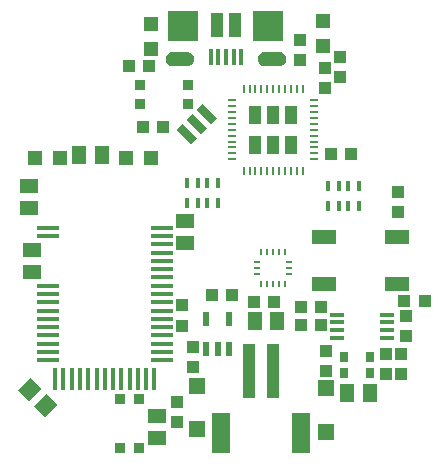
<source format=gbr>
G04 EAGLE Gerber X2 export*
%TF.Part,Single*%
%TF.FileFunction,Paste,Top*%
%TF.FilePolarity,Positive*%
%TF.GenerationSoftware,Autodesk,EAGLE,9.0.0*%
%TF.CreationDate,2018-04-30T06:41:38Z*%
G75*
%MOMM*%
%FSLAX34Y34*%
%LPD*%
%AMOC8*
5,1,8,0,0,1.08239X$1,22.5*%
G01*
%ADD10R,1.000000X1.100000*%
%ADD11R,1.300000X1.500000*%
%ADD12R,1.100000X1.000000*%
%ADD13R,1.200000X1.200000*%
%ADD14R,0.250000X0.800000*%
%ADD15R,0.800000X0.250000*%
%ADD16R,1.000000X1.500000*%
%ADD17R,0.900000X0.900000*%
%ADD18R,0.400000X1.350000*%
%ADD19R,1.000000X2.000000*%
%ADD20R,2.500000X2.500000*%
%ADD21R,1.000000X4.600000*%
%ADD22R,1.600000X3.400000*%
%ADD23R,1.400000X1.400000*%
%ADD24R,0.700000X1.700000*%
%ADD25R,2.000000X1.200000*%
%ADD26R,0.250000X0.500000*%
%ADD27R,0.500000X0.250000*%
%ADD28R,0.660000X0.900000*%
%ADD29R,0.450000X0.900000*%
%ADD30R,0.550000X1.200000*%
%ADD31R,1.200000X0.300000*%
%ADD32R,1.850000X0.450000*%
%ADD33R,0.450000X1.850000*%
%ADD34R,1.500000X1.300000*%

G36*
X-33485Y150649D02*
X-33485Y150649D01*
X-33465Y150647D01*
X-32339Y150708D01*
X-32292Y150720D01*
X-32216Y150727D01*
X-31123Y151008D01*
X-31079Y151028D01*
X-31006Y151050D01*
X-29989Y151538D01*
X-29950Y151567D01*
X-29883Y151603D01*
X-28980Y152280D01*
X-28947Y152315D01*
X-28889Y152364D01*
X-28136Y153204D01*
X-28110Y153245D01*
X-28062Y153305D01*
X-27488Y154276D01*
X-27471Y154321D01*
X-27435Y154388D01*
X-27061Y155453D01*
X-27053Y155500D01*
X-27031Y155574D01*
X-26872Y156690D01*
X-26873Y156718D01*
X-26872Y156870D01*
X-27031Y157987D01*
X-27046Y158032D01*
X-27061Y158107D01*
X-27435Y159172D01*
X-27459Y159214D01*
X-27488Y159284D01*
X-28062Y160255D01*
X-28094Y160292D01*
X-28136Y160356D01*
X-28889Y161196D01*
X-28927Y161226D01*
X-28980Y161280D01*
X-29883Y161957D01*
X-29926Y161979D01*
X-29989Y162022D01*
X-31006Y162510D01*
X-31053Y162523D01*
X-31123Y162552D01*
X-32216Y162833D01*
X-32264Y162836D01*
X-32339Y162852D01*
X-33465Y162913D01*
X-33481Y162911D01*
X-33500Y162914D01*
X-44500Y162914D01*
X-44515Y162912D01*
X-44535Y162913D01*
X-45661Y162852D01*
X-45708Y162841D01*
X-45784Y162833D01*
X-46877Y162552D01*
X-46921Y162532D01*
X-46994Y162510D01*
X-48011Y162022D01*
X-48050Y161994D01*
X-48117Y161957D01*
X-49020Y161280D01*
X-49053Y161245D01*
X-49111Y161196D01*
X-49864Y160356D01*
X-49890Y160315D01*
X-49938Y160255D01*
X-50512Y159284D01*
X-50529Y159239D01*
X-50565Y159172D01*
X-50939Y158107D01*
X-50947Y158060D01*
X-50969Y157987D01*
X-51128Y156870D01*
X-51128Y156869D01*
X-51127Y156682D01*
X-50927Y155408D01*
X-50910Y155361D01*
X-50889Y155272D01*
X-50411Y154075D01*
X-50384Y154032D01*
X-50344Y153950D01*
X-49612Y152889D01*
X-49576Y152853D01*
X-49518Y152782D01*
X-48568Y151911D01*
X-48526Y151884D01*
X-48453Y151827D01*
X-47333Y151190D01*
X-47286Y151173D01*
X-47203Y151134D01*
X-45969Y150761D01*
X-45919Y150756D01*
X-45829Y150736D01*
X-44544Y150647D01*
X-44524Y150649D01*
X-44500Y150646D01*
X-33500Y150646D01*
X-33485Y150649D01*
G37*
G36*
X44515Y150649D02*
X44515Y150649D01*
X44535Y150647D01*
X45661Y150708D01*
X45708Y150720D01*
X45784Y150727D01*
X46877Y151008D01*
X46921Y151028D01*
X46994Y151050D01*
X48011Y151538D01*
X48050Y151567D01*
X48117Y151603D01*
X49020Y152280D01*
X49053Y152315D01*
X49111Y152364D01*
X49864Y153204D01*
X49890Y153245D01*
X49938Y153305D01*
X50512Y154276D01*
X50529Y154321D01*
X50565Y154388D01*
X50939Y155453D01*
X50947Y155500D01*
X50969Y155574D01*
X51128Y156690D01*
X51127Y156718D01*
X51128Y156870D01*
X50969Y157987D01*
X50954Y158032D01*
X50939Y158107D01*
X50565Y159172D01*
X50541Y159214D01*
X50512Y159284D01*
X49938Y160255D01*
X49906Y160292D01*
X49864Y160356D01*
X49111Y161196D01*
X49074Y161226D01*
X49020Y161280D01*
X48117Y161957D01*
X48074Y161979D01*
X48011Y162022D01*
X46994Y162510D01*
X46947Y162523D01*
X46877Y162552D01*
X45784Y162833D01*
X45736Y162836D01*
X45661Y162852D01*
X44535Y162913D01*
X44519Y162911D01*
X44500Y162914D01*
X33500Y162914D01*
X33485Y162912D01*
X33465Y162913D01*
X32339Y162852D01*
X32292Y162841D01*
X32216Y162833D01*
X31123Y162552D01*
X31079Y162532D01*
X31006Y162510D01*
X29989Y162022D01*
X29950Y161994D01*
X29883Y161957D01*
X28980Y161280D01*
X28947Y161245D01*
X28889Y161196D01*
X28136Y160356D01*
X28110Y160315D01*
X28062Y160255D01*
X27488Y159284D01*
X27471Y159239D01*
X27435Y159172D01*
X27061Y158107D01*
X27053Y158060D01*
X27031Y157987D01*
X26872Y156870D01*
X26872Y156869D01*
X26873Y156682D01*
X27073Y155408D01*
X27090Y155361D01*
X27111Y155272D01*
X27589Y154075D01*
X27616Y154032D01*
X27656Y153950D01*
X28388Y152889D01*
X28424Y152853D01*
X28482Y152782D01*
X29432Y151911D01*
X29474Y151884D01*
X29547Y151827D01*
X30667Y151190D01*
X30714Y151173D01*
X30797Y151134D01*
X32031Y150761D01*
X32081Y150756D01*
X32171Y150736D01*
X33456Y150647D01*
X33476Y150649D01*
X33500Y150646D01*
X44500Y150646D01*
X44515Y150649D01*
G37*
D10*
X96790Y158680D03*
X96790Y141680D03*
X62700Y172490D03*
X62700Y155490D03*
D11*
X102730Y-125770D03*
X121730Y-125770D03*
D12*
X-65120Y150540D03*
X-82120Y150540D03*
D13*
X-63500Y186440D03*
X-63500Y165440D03*
X82230Y188980D03*
X82230Y167980D03*
D14*
X65000Y131590D03*
X60000Y131590D03*
X55000Y131590D03*
X50000Y131590D03*
X45000Y131590D03*
X40000Y131590D03*
X35000Y131590D03*
X30000Y131590D03*
X25000Y131590D03*
X20000Y131590D03*
X15000Y131590D03*
D15*
X5250Y121840D03*
X5250Y116840D03*
X5250Y111840D03*
X5250Y106840D03*
X5250Y101840D03*
X5250Y96840D03*
X5250Y91840D03*
X5250Y86840D03*
X5250Y81840D03*
X5250Y76840D03*
X5250Y71840D03*
D14*
X15000Y62090D03*
X20000Y62090D03*
X25000Y62090D03*
X30000Y62090D03*
X35000Y62090D03*
X40000Y62090D03*
X45000Y62090D03*
X50000Y62090D03*
X55000Y62090D03*
X60000Y62090D03*
X65000Y62090D03*
D15*
X74750Y71840D03*
X74750Y76840D03*
X74750Y81840D03*
X74750Y86840D03*
X74750Y91840D03*
X74750Y96840D03*
X74750Y101840D03*
X74750Y106840D03*
X74750Y111840D03*
X74750Y116840D03*
X74750Y121840D03*
D16*
X55000Y84340D03*
X40000Y84340D03*
X25000Y84340D03*
X25000Y109340D03*
X40000Y109340D03*
X55000Y109340D03*
D17*
X-73000Y118910D03*
X-73000Y134910D03*
X-32000Y134910D03*
X-32000Y118910D03*
D12*
X151200Y-47940D03*
X168200Y-47940D03*
X105650Y76360D03*
X88650Y76360D03*
D10*
X83620Y132080D03*
X83620Y149080D03*
D18*
X13000Y158030D03*
X6500Y158030D03*
X0Y158030D03*
X-6500Y158030D03*
X-13000Y158030D03*
D19*
X7500Y185780D03*
X-7500Y185780D03*
D20*
X36000Y184780D03*
X-36000Y184780D03*
D21*
X39840Y-107620D03*
X19840Y-107620D03*
D22*
X63840Y-159620D03*
X-4160Y-159620D03*
D23*
X84450Y-159040D03*
X84450Y-122040D03*
X-24770Y-119810D03*
X-24770Y-156810D03*
D10*
X-41280Y-133420D03*
X-41280Y-150420D03*
D11*
X24630Y-64930D03*
X43630Y-64930D03*
D24*
G36*
X-24770Y89900D02*
X-29720Y84950D01*
X-41740Y96970D01*
X-36790Y101920D01*
X-24770Y89900D01*
G37*
G36*
X-16285Y98385D02*
X-21235Y93435D01*
X-33255Y105455D01*
X-28305Y110405D01*
X-16285Y98385D01*
G37*
G36*
X-7800Y106870D02*
X-12750Y101920D01*
X-24770Y113940D01*
X-19820Y118890D01*
X-7800Y106870D01*
G37*
D25*
X145100Y-33650D03*
X83100Y-33650D03*
X83100Y6350D03*
X145100Y6350D03*
D26*
X50000Y-6500D03*
X45000Y-6500D03*
X40000Y-6500D03*
X35000Y-6500D03*
X30000Y-6500D03*
D27*
X26500Y-15000D03*
X26500Y-20000D03*
X26500Y-25000D03*
D26*
X30000Y-33500D03*
X35000Y-33500D03*
X40000Y-33500D03*
X45000Y-33500D03*
X50000Y-33500D03*
D27*
X53500Y-25000D03*
X53500Y-20000D03*
X53500Y-15000D03*
D28*
X100330Y-109300D03*
X122230Y-109300D03*
X122230Y-95800D03*
X100330Y-95800D03*
D10*
X84610Y-107240D03*
X84610Y-90240D03*
X146050Y44220D03*
X146050Y27220D03*
D29*
X112690Y32460D03*
X112690Y49460D03*
X103690Y32460D03*
X95690Y32460D03*
X86690Y32460D03*
X86690Y49460D03*
X103690Y49460D03*
X95690Y49460D03*
X-32690Y51960D03*
X-32690Y34960D03*
X-23690Y51960D03*
X-15690Y51960D03*
X-6690Y51960D03*
X-6690Y34960D03*
X-23690Y34960D03*
X-15690Y34960D03*
D30*
X-16490Y-89041D03*
X-6990Y-89041D03*
X2510Y-89041D03*
X2510Y-63039D03*
X-16490Y-63039D03*
D12*
X-70100Y99300D03*
X-53100Y99300D03*
X23880Y-49370D03*
X40880Y-49370D03*
X-11680Y-43020D03*
X5320Y-43020D03*
D31*
X136370Y-59770D03*
X136370Y-66270D03*
X136370Y-72770D03*
X136370Y-79270D03*
X94120Y-79270D03*
X94120Y-72770D03*
X94120Y-66270D03*
X94120Y-59770D03*
D12*
X63570Y-68260D03*
X80570Y-68260D03*
X80570Y-53020D03*
X63570Y-53020D03*
D10*
X148110Y-92780D03*
X148110Y-109780D03*
X152080Y-61030D03*
X152080Y-78030D03*
X135410Y-92780D03*
X135410Y-109780D03*
D32*
X-150805Y13810D03*
X-150805Y6810D03*
X-150805Y-35190D03*
X-150805Y-42190D03*
X-150805Y-49190D03*
X-150805Y-56190D03*
X-150805Y-63190D03*
X-150805Y-70190D03*
X-150805Y-77190D03*
X-150805Y-84190D03*
X-150805Y-91190D03*
X-150805Y-98190D03*
D33*
X-144555Y-114440D03*
X-137555Y-114440D03*
X-130555Y-114440D03*
X-123555Y-114440D03*
X-116555Y-114440D03*
X-109555Y-114440D03*
X-102555Y-114440D03*
X-95555Y-114440D03*
X-88555Y-114440D03*
X-81555Y-114440D03*
X-74555Y-114440D03*
X-67555Y-114440D03*
X-60555Y-114440D03*
D32*
X-54305Y-98190D03*
X-54305Y-91190D03*
X-54305Y-84190D03*
X-54305Y-77190D03*
X-54305Y-70190D03*
X-54305Y-63190D03*
X-54305Y-56190D03*
X-54305Y-49190D03*
X-54305Y-42190D03*
X-54305Y-35190D03*
X-54305Y-28190D03*
X-54305Y-21190D03*
X-54305Y-14190D03*
X-54305Y-7190D03*
X-54305Y-190D03*
X-54305Y6810D03*
X-54305Y13810D03*
D13*
X-140665Y72605D03*
X-161665Y72605D03*
X-84755Y72605D03*
X-63755Y72605D03*
D34*
X-166490Y30485D03*
X-166490Y49485D03*
X-35000Y650D03*
X-35000Y19650D03*
X-163925Y-23705D03*
X-163925Y-4705D03*
D11*
X-105070Y75150D03*
X-124070Y75150D03*
G36*
X-166670Y-133031D02*
X-175862Y-123839D01*
X-165256Y-113233D01*
X-156064Y-122425D01*
X-166670Y-133031D01*
G37*
G36*
X-153234Y-146467D02*
X-162426Y-137275D01*
X-151820Y-126669D01*
X-142628Y-135861D01*
X-153234Y-146467D01*
G37*
D34*
X-58030Y-164350D03*
X-58030Y-145350D03*
D10*
X-37265Y-68910D03*
X-37265Y-51910D03*
X-28195Y-87075D03*
X-28195Y-104075D03*
D17*
X-73390Y-172285D03*
X-89390Y-172285D03*
X-89390Y-131285D03*
X-73390Y-131285D03*
M02*

</source>
